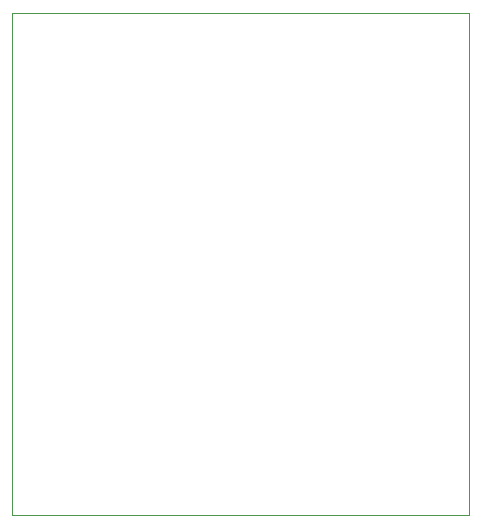
<source format=gbr>
%TF.GenerationSoftware,KiCad,Pcbnew,(5.1.7)-1*%
%TF.CreationDate,2020-12-28T14:37:07+01:00*%
%TF.ProjectId,control_neumatica,636f6e74-726f-46c5-9f6e-65756d617469,rev?*%
%TF.SameCoordinates,Original*%
%TF.FileFunction,Profile,NP*%
%FSLAX46Y46*%
G04 Gerber Fmt 4.6, Leading zero omitted, Abs format (unit mm)*
G04 Created by KiCad (PCBNEW (5.1.7)-1) date 2020-12-28 14:37:07*
%MOMM*%
%LPD*%
G01*
G04 APERTURE LIST*
%TA.AperFunction,Profile*%
%ADD10C,0.050000*%
%TD*%
G04 APERTURE END LIST*
D10*
X118364000Y-37592000D02*
X118364000Y-80137000D01*
X157099000Y-37592000D02*
X118364000Y-37592000D01*
X157099000Y-80137000D02*
X157099000Y-37592000D01*
X118364000Y-80137000D02*
X157099000Y-80137000D01*
M02*

</source>
